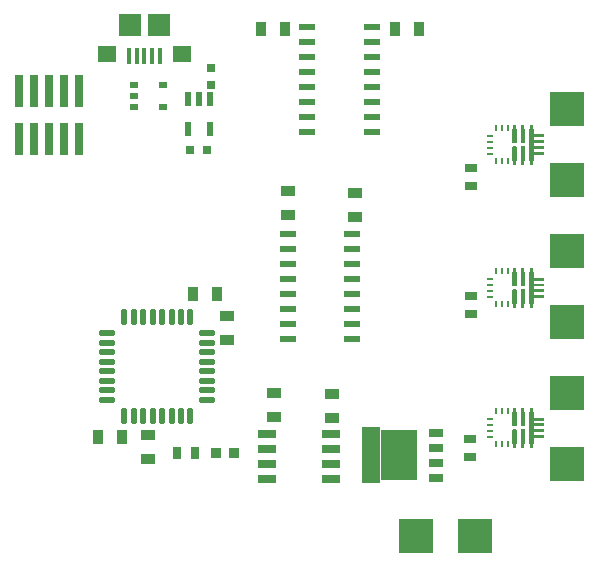
<source format=gbr>
%TF.GenerationSoftware,Altium Limited,Altium Designer,22.10.1 (41)*%
G04 Layer_Color=8421504*
%FSLAX45Y45*%
%MOMM*%
%TF.SameCoordinates,7B7B0447-9336-45C8-9B88-AABF40CF29D0*%
%TF.FilePolarity,Positive*%
%TF.FileFunction,Paste,Top*%
%TF.Part,Single*%
G01*
G75*
%TA.AperFunction,SMDPad,CuDef*%
%ADD11R,0.95620X1.20620*%
%ADD12R,1.20620X0.95620*%
%ADD13R,3.00000X3.00000*%
%ADD14R,1.46170X0.53340*%
%ADD15R,1.52500X0.65000*%
%ADD16R,0.75000X1.00000*%
%ADD17R,0.95000X0.95000*%
%ADD18R,0.70000X0.70000*%
%ADD19R,0.70000X0.70000*%
%ADD20O,1.45000X0.55000*%
%ADD21O,0.55000X1.45000*%
%ADD22R,0.74000X2.79000*%
%ADD23R,0.75000X0.60000*%
%TA.AperFunction,ConnectorPad*%
%ADD24R,0.40000X1.35000*%
%ADD25R,1.60000X1.40000*%
%TA.AperFunction,SMDPad,CuDef*%
%ADD26R,1.90000X1.90000*%
%TA.AperFunction,SMDPad,SMDef*%
%ADD27R,0.60000X0.25000*%
%ADD28R,0.25000X0.60000*%
%TA.AperFunction,SMDPad,CuDef*%
%ADD32R,3.10000X4.20000*%
%ADD33R,1.50000X4.70000*%
%ADD34R,1.15000X0.70000*%
%ADD35R,3.00000X3.00000*%
%ADD36R,1.00000X0.75000*%
%ADD37R,0.60000X1.25000*%
G36*
X7707165Y6364995D02*
X7707165Y6334995D01*
X7714665D01*
Y6217496D01*
X7709665Y6212495D01*
X7679665Y6212496D01*
X7674665Y6217495D01*
Y6334995D01*
X7682165D01*
Y6364995D01*
X7687165Y6369995D01*
X7702165D01*
X7707165Y6364995D01*
D02*
G37*
G36*
X7637164D02*
Y6334995D01*
X7644664D01*
X7644664Y6217496D01*
X7639664Y6212495D01*
X7609664Y6212496D01*
X7604664Y6217495D01*
Y6334995D01*
X7612164D01*
Y6364995D01*
X7617164Y6369995D01*
X7632164D01*
X7637164Y6364995D01*
D02*
G37*
G36*
X7709669Y6187498D02*
X7714669Y6182498D01*
Y6064998D01*
X7707168D01*
Y6034998D01*
X7702168Y6029998D01*
X7687169D01*
X7682169Y6034998D01*
X7682169Y6064998D01*
X7674669D01*
Y6182498D01*
X7679669Y6187498D01*
X7709669Y6187498D01*
D02*
G37*
G36*
X7777167Y6364995D02*
Y6334995D01*
X7784667D01*
Y6287495D01*
X7869667D01*
X7874667Y6282495D01*
Y6267495D01*
X7869667Y6262495D01*
X7784667D01*
Y6237496D01*
X7869667D01*
X7874667Y6232496D01*
Y6217496D01*
X7869667Y6212496D01*
X7784667D01*
Y6187495D01*
X7869667D01*
X7874667Y6182495D01*
Y6167495D01*
X7869667Y6162495D01*
X7784667D01*
Y6137495D01*
X7869667D01*
X7874667Y6132495D01*
Y6117496D01*
X7869667Y6112496D01*
X7784667D01*
Y6064995D01*
X7777167D01*
Y6034996D01*
X7772167Y6029996D01*
X7757167D01*
X7752167Y6034996D01*
Y6064995D01*
X7744667D01*
Y6334995D01*
X7752167D01*
X7752167Y6364995D01*
X7757167Y6369995D01*
X7772167D01*
X7777167Y6364995D01*
D02*
G37*
G36*
X7639667Y6187495D02*
X7644667Y6182496D01*
Y6064995D01*
X7637167D01*
X7637167Y6034996D01*
X7632167Y6029996D01*
X7617167D01*
X7612167Y6034996D01*
X7612167Y6064995D01*
X7604667D01*
Y6182495D01*
X7609667Y6187496D01*
X7639667Y6187495D01*
D02*
G37*
G36*
X7707493Y5153252D02*
X7707493Y5123252D01*
X7714993D01*
Y5005752D01*
X7709993Y5000751D01*
X7679993Y5000752D01*
X7674993Y5005751D01*
Y5123252D01*
X7682493D01*
Y5153252D01*
X7687493Y5158252D01*
X7702493D01*
X7707493Y5153252D01*
D02*
G37*
G36*
X7637491D02*
Y5123252D01*
X7644991D01*
X7644991Y5005752D01*
X7639991Y5000751D01*
X7609991Y5000752D01*
X7604991Y5005751D01*
Y5123252D01*
X7612491D01*
Y5153252D01*
X7617491Y5158252D01*
X7632491D01*
X7637491Y5153252D01*
D02*
G37*
G36*
X7709996Y4975754D02*
X7714996Y4970754D01*
Y4853254D01*
X7707496D01*
Y4823254D01*
X7702496Y4818254D01*
X7687496D01*
X7682496Y4823254D01*
X7682496Y4853254D01*
X7674996D01*
Y4970754D01*
X7679996Y4975754D01*
X7709996Y4975754D01*
D02*
G37*
G36*
X7777494Y5153252D02*
Y5123252D01*
X7784994D01*
Y5075752D01*
X7869994D01*
X7874994Y5070752D01*
Y5055752D01*
X7869994Y5050752D01*
X7784994D01*
Y5025752D01*
X7869994D01*
X7874994Y5020752D01*
Y5005752D01*
X7869994Y5000752D01*
X7784994D01*
Y4975752D01*
X7869994D01*
X7874994Y4970752D01*
Y4955752D01*
X7869994Y4950752D01*
X7784994D01*
Y4925752D01*
X7869994D01*
X7874994Y4920752D01*
Y4905752D01*
X7869994Y4900752D01*
X7784994D01*
Y4853252D01*
X7777494D01*
Y4823252D01*
X7772494Y4818252D01*
X7757495D01*
X7752494Y4823252D01*
Y4853252D01*
X7744994D01*
Y5123252D01*
X7752494D01*
X7752495Y5153252D01*
X7757495Y5158252D01*
X7772494D01*
X7777494Y5153252D01*
D02*
G37*
G36*
X7639994Y4975752D02*
X7644994Y4970752D01*
Y4853252D01*
X7637495D01*
X7637494Y4823252D01*
X7632494Y4818252D01*
X7617494D01*
X7612495Y4823252D01*
X7612494Y4853252D01*
X7604994D01*
Y4970752D01*
X7609994Y4975752D01*
X7639994Y4975752D01*
D02*
G37*
G36*
X7707163Y3968319D02*
X7707163Y3938319D01*
X7714663D01*
Y3820819D01*
X7709663Y3815819D01*
X7679663Y3815819D01*
X7674663Y3820819D01*
Y3938319D01*
X7682163D01*
Y3968319D01*
X7687163Y3973319D01*
X7702163D01*
X7707163Y3968319D01*
D02*
G37*
G36*
X7637162D02*
Y3938319D01*
X7644662D01*
X7644661Y3820819D01*
X7639661Y3815819D01*
X7609661Y3815819D01*
X7604661Y3820819D01*
Y3938319D01*
X7612162D01*
Y3968319D01*
X7617162Y3973319D01*
X7632162D01*
X7637162Y3968319D01*
D02*
G37*
G36*
X7709666Y3790821D02*
X7714666Y3785821D01*
Y3668321D01*
X7707166D01*
Y3638321D01*
X7702166Y3633321D01*
X7687166D01*
X7682166Y3638321D01*
X7682166Y3668321D01*
X7674666D01*
Y3785821D01*
X7679666Y3790821D01*
X7709666Y3790821D01*
D02*
G37*
G36*
X7777165Y3968319D02*
Y3938319D01*
X7784665D01*
Y3890819D01*
X7869665D01*
X7874665Y3885819D01*
Y3870819D01*
X7869665Y3865819D01*
X7784665D01*
Y3840819D01*
X7869665D01*
X7874665Y3835819D01*
Y3820819D01*
X7869665Y3815819D01*
X7784665D01*
Y3790819D01*
X7869665D01*
X7874665Y3785819D01*
Y3770819D01*
X7869665Y3765819D01*
X7784665D01*
Y3740819D01*
X7869665D01*
X7874665Y3735819D01*
Y3720819D01*
X7869665Y3715819D01*
X7784665D01*
Y3668319D01*
X7777165D01*
Y3638319D01*
X7772165Y3633319D01*
X7757165D01*
X7752165Y3638319D01*
Y3668319D01*
X7744665D01*
Y3938319D01*
X7752165D01*
X7752165Y3968319D01*
X7757165Y3973319D01*
X7772165D01*
X7777165Y3968319D01*
D02*
G37*
G36*
X7639665Y3790819D02*
X7644665Y3785819D01*
Y3668319D01*
X7637165D01*
X7637165Y3638319D01*
X7632165Y3633319D01*
X7617165D01*
X7612165Y3638319D01*
X7612165Y3668319D01*
X7604665D01*
Y3785819D01*
X7609665Y3790819D01*
X7639665Y3790819D01*
D02*
G37*
D11*
X5102502Y4939999D02*
D03*
X4897499D02*
D03*
X6607498Y7179999D02*
D03*
X6812502D02*
D03*
X5477498Y7179999D02*
D03*
X5682502D02*
D03*
X4302503Y3730000D02*
D03*
X4097499D02*
D03*
D12*
X5190001Y4547499D02*
D03*
Y4752502D02*
D03*
X5590000Y4102497D02*
D03*
Y3897499D02*
D03*
X6080001Y3887502D02*
D03*
Y4092500D02*
D03*
X5710003Y5607499D02*
D03*
Y5812502D02*
D03*
X6270000Y5794998D02*
D03*
Y5590000D02*
D03*
X4520000Y3537498D02*
D03*
Y3742502D02*
D03*
D13*
X7290000Y2889999D02*
D03*
X6790000D02*
D03*
D14*
X6247683Y5448372D02*
D03*
Y5321372D02*
D03*
Y5194372D02*
D03*
Y5067372D02*
D03*
Y4940372D02*
D03*
Y4813372D02*
D03*
Y4686372D02*
D03*
Y4559372D02*
D03*
X5702731D02*
D03*
Y4686372D02*
D03*
Y4813372D02*
D03*
Y4940372D02*
D03*
Y5067372D02*
D03*
Y5194372D02*
D03*
Y5321372D02*
D03*
Y5448372D02*
D03*
X5869085Y7199000D02*
D03*
Y7072000D02*
D03*
Y6945000D02*
D03*
Y6818000D02*
D03*
Y6691000D02*
D03*
Y6564000D02*
D03*
Y6437000D02*
D03*
Y6310000D02*
D03*
X6414037D02*
D03*
Y6437000D02*
D03*
Y6564000D02*
D03*
Y6691000D02*
D03*
Y6818000D02*
D03*
Y6945000D02*
D03*
Y7072000D02*
D03*
Y7199000D02*
D03*
D15*
X5529058Y3750501D02*
D03*
Y3623501D02*
D03*
Y3496501D02*
D03*
Y3369501D02*
D03*
X6071458D02*
D03*
Y3496501D02*
D03*
Y3623501D02*
D03*
Y3750501D02*
D03*
D16*
X4914930Y3590000D02*
D03*
X4764933D02*
D03*
D17*
X5244932D02*
D03*
X5094935D02*
D03*
D18*
X5020000Y6160000D02*
D03*
X4880000D02*
D03*
D19*
X5050000Y6710000D02*
D03*
Y6850000D02*
D03*
D20*
X4177502Y4043528D02*
D03*
Y4123527D02*
D03*
Y4203527D02*
D03*
Y4283527D02*
D03*
Y4363527D02*
D03*
Y4443532D02*
D03*
Y4523532D02*
D03*
Y4603532D02*
D03*
X5022499D02*
D03*
Y4523532D02*
D03*
Y4443532D02*
D03*
Y4363527D02*
D03*
Y4283527D02*
D03*
Y4203527D02*
D03*
Y4123527D02*
D03*
Y4043528D02*
D03*
D21*
X4320002Y4746031D02*
D03*
X4400001D02*
D03*
X4640001D02*
D03*
X4720001D02*
D03*
X4800001D02*
D03*
X4880000D02*
D03*
Y3901029D02*
D03*
X4800001D02*
D03*
X4720001D02*
D03*
X4640001D02*
D03*
X4560001D02*
D03*
X4480001D02*
D03*
X4400001D02*
D03*
X4320002D02*
D03*
X4480001Y4746031D02*
D03*
X4560001D02*
D03*
D22*
X3679134Y6654033D02*
D03*
Y6247033D02*
D03*
X3552134Y6654033D02*
D03*
Y6247033D02*
D03*
X3425134Y6654033D02*
D03*
Y6247033D02*
D03*
X3933134Y6654033D02*
D03*
Y6247033D02*
D03*
X3806134Y6654033D02*
D03*
Y6247033D02*
D03*
D23*
X4399625Y6710497D02*
D03*
Y6615501D02*
D03*
Y6520500D02*
D03*
X4644624D02*
D03*
Y6710497D02*
D03*
D24*
X4619625Y6948957D02*
D03*
X4554626D02*
D03*
X4489623D02*
D03*
X4424624D02*
D03*
X4359626D02*
D03*
D25*
X4809622Y6971462D02*
D03*
X4169623D02*
D03*
D26*
X4609622Y7216460D02*
D03*
X4369623D02*
D03*
D27*
X7414666Y6124997D02*
D03*
Y6174994D02*
D03*
Y6224996D02*
D03*
Y6274994D02*
D03*
X7414997Y4913254D02*
D03*
Y4963251D02*
D03*
Y5013254D02*
D03*
Y5063251D02*
D03*
X7414666Y3728319D02*
D03*
Y3778321D02*
D03*
Y3828318D02*
D03*
Y3878321D02*
D03*
D28*
X7467168Y6339997D02*
D03*
X7517166D02*
D03*
X7567168D02*
D03*
Y6059998D02*
D03*
X7517166D02*
D03*
X7467168D02*
D03*
X7467493Y5128250D02*
D03*
X7517496D02*
D03*
X7567493D02*
D03*
Y4848250D02*
D03*
X7517496D02*
D03*
X7467493D02*
D03*
X7467163Y3943320D02*
D03*
X7517166D02*
D03*
X7567163D02*
D03*
Y3663320D02*
D03*
X7517166D02*
D03*
X7467163D02*
D03*
D32*
X6641902Y3570000D02*
D03*
D33*
X6411900D02*
D03*
D34*
X6959402Y3760500D02*
D03*
Y3633500D02*
D03*
Y3506500D02*
D03*
Y3379500D02*
D03*
D35*
X8065582Y3499998D02*
D03*
Y4100002D02*
D03*
Y4700001D02*
D03*
Y5300000D02*
D03*
Y5899998D02*
D03*
Y6500002D02*
D03*
D36*
X7247421Y3560055D02*
D03*
Y3710053D02*
D03*
X7252467Y4771844D02*
D03*
Y4921846D02*
D03*
X7254239Y5999997D02*
D03*
Y5850000D02*
D03*
D37*
X5044998Y6585002D02*
D03*
X4950002D02*
D03*
X4855001D02*
D03*
Y6335000D02*
D03*
X5044998D02*
D03*
%TF.MD5,41f180aaa242153c6799117ffee6daec*%
M02*

</source>
